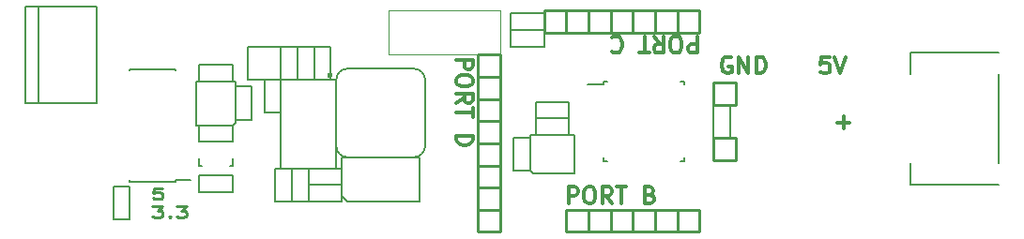
<source format=gto>
G04 #@! TF.FileFunction,Legend,Top*
%FSLAX46Y46*%
G04 Gerber Fmt 4.6, Leading zero omitted, Abs format (unit mm)*
G04 Created by KiCad (PCBNEW 4.0.2+dfsg1-stable) date to 18. toukokuuta 2017 18.21.47*
%MOMM*%
G01*
G04 APERTURE LIST*
%ADD10C,0.100000*%
%ADD11C,0.300000*%
%ADD12C,0.250000*%
%ADD13C,0.150000*%
%ADD14C,0.500000*%
G04 APERTURE END LIST*
D10*
D11*
X154178572Y-107428571D02*
X154178572Y-105928571D01*
X154750000Y-105928571D01*
X154892858Y-106000000D01*
X154964286Y-106071429D01*
X155035715Y-106214286D01*
X155035715Y-106428571D01*
X154964286Y-106571429D01*
X154892858Y-106642857D01*
X154750000Y-106714286D01*
X154178572Y-106714286D01*
X155964286Y-105928571D02*
X156250000Y-105928571D01*
X156392858Y-106000000D01*
X156535715Y-106142857D01*
X156607143Y-106428571D01*
X156607143Y-106928571D01*
X156535715Y-107214286D01*
X156392858Y-107357143D01*
X156250000Y-107428571D01*
X155964286Y-107428571D01*
X155821429Y-107357143D01*
X155678572Y-107214286D01*
X155607143Y-106928571D01*
X155607143Y-106428571D01*
X155678572Y-106142857D01*
X155821429Y-106000000D01*
X155964286Y-105928571D01*
X158107144Y-107428571D02*
X157607144Y-106714286D01*
X157250001Y-107428571D02*
X157250001Y-105928571D01*
X157821429Y-105928571D01*
X157964287Y-106000000D01*
X158035715Y-106071429D01*
X158107144Y-106214286D01*
X158107144Y-106428571D01*
X158035715Y-106571429D01*
X157964287Y-106642857D01*
X157821429Y-106714286D01*
X157250001Y-106714286D01*
X158535715Y-105928571D02*
X159392858Y-105928571D01*
X158964287Y-107428571D02*
X158964287Y-105928571D01*
X161535715Y-106642857D02*
X161750001Y-106714286D01*
X161821429Y-106785714D01*
X161892858Y-106928571D01*
X161892858Y-107142857D01*
X161821429Y-107285714D01*
X161750001Y-107357143D01*
X161607143Y-107428571D01*
X161035715Y-107428571D01*
X161035715Y-105928571D01*
X161535715Y-105928571D01*
X161678572Y-106000000D01*
X161750001Y-106071429D01*
X161821429Y-106214286D01*
X161821429Y-106357143D01*
X161750001Y-106500000D01*
X161678572Y-106571429D01*
X161535715Y-106642857D01*
X161035715Y-106642857D01*
X144071429Y-94428572D02*
X145571429Y-94428572D01*
X145571429Y-95000000D01*
X145500000Y-95142858D01*
X145428571Y-95214286D01*
X145285714Y-95285715D01*
X145071429Y-95285715D01*
X144928571Y-95214286D01*
X144857143Y-95142858D01*
X144785714Y-95000000D01*
X144785714Y-94428572D01*
X145571429Y-96214286D02*
X145571429Y-96500000D01*
X145500000Y-96642858D01*
X145357143Y-96785715D01*
X145071429Y-96857143D01*
X144571429Y-96857143D01*
X144285714Y-96785715D01*
X144142857Y-96642858D01*
X144071429Y-96500000D01*
X144071429Y-96214286D01*
X144142857Y-96071429D01*
X144285714Y-95928572D01*
X144571429Y-95857143D01*
X145071429Y-95857143D01*
X145357143Y-95928572D01*
X145500000Y-96071429D01*
X145571429Y-96214286D01*
X144071429Y-98357144D02*
X144785714Y-97857144D01*
X144071429Y-97500001D02*
X145571429Y-97500001D01*
X145571429Y-98071429D01*
X145500000Y-98214287D01*
X145428571Y-98285715D01*
X145285714Y-98357144D01*
X145071429Y-98357144D01*
X144928571Y-98285715D01*
X144857143Y-98214287D01*
X144785714Y-98071429D01*
X144785714Y-97500001D01*
X145571429Y-98785715D02*
X145571429Y-99642858D01*
X144071429Y-99214287D02*
X145571429Y-99214287D01*
X144071429Y-101285715D02*
X145571429Y-101285715D01*
X145571429Y-101642858D01*
X145500000Y-101857143D01*
X145357143Y-102000001D01*
X145214286Y-102071429D01*
X144928571Y-102142858D01*
X144714286Y-102142858D01*
X144428571Y-102071429D01*
X144285714Y-102000001D01*
X144142857Y-101857143D01*
X144071429Y-101642858D01*
X144071429Y-101285715D01*
X165821428Y-92321429D02*
X165821428Y-93821429D01*
X165250000Y-93821429D01*
X165107142Y-93750000D01*
X165035714Y-93678571D01*
X164964285Y-93535714D01*
X164964285Y-93321429D01*
X165035714Y-93178571D01*
X165107142Y-93107143D01*
X165250000Y-93035714D01*
X165821428Y-93035714D01*
X164035714Y-93821429D02*
X163750000Y-93821429D01*
X163607142Y-93750000D01*
X163464285Y-93607143D01*
X163392857Y-93321429D01*
X163392857Y-92821429D01*
X163464285Y-92535714D01*
X163607142Y-92392857D01*
X163750000Y-92321429D01*
X164035714Y-92321429D01*
X164178571Y-92392857D01*
X164321428Y-92535714D01*
X164392857Y-92821429D01*
X164392857Y-93321429D01*
X164321428Y-93607143D01*
X164178571Y-93750000D01*
X164035714Y-93821429D01*
X161892856Y-92321429D02*
X162392856Y-93035714D01*
X162749999Y-92321429D02*
X162749999Y-93821429D01*
X162178571Y-93821429D01*
X162035713Y-93750000D01*
X161964285Y-93678571D01*
X161892856Y-93535714D01*
X161892856Y-93321429D01*
X161964285Y-93178571D01*
X162035713Y-93107143D01*
X162178571Y-93035714D01*
X162749999Y-93035714D01*
X161464285Y-93821429D02*
X160607142Y-93821429D01*
X161035713Y-92321429D02*
X161035713Y-93821429D01*
X158107142Y-92464286D02*
X158178571Y-92392857D01*
X158392857Y-92321429D01*
X158535714Y-92321429D01*
X158749999Y-92392857D01*
X158892857Y-92535714D01*
X158964285Y-92678571D01*
X159035714Y-92964286D01*
X159035714Y-93178571D01*
X158964285Y-93464286D01*
X158892857Y-93607143D01*
X158749999Y-93750000D01*
X158535714Y-93821429D01*
X158392857Y-93821429D01*
X158178571Y-93750000D01*
X158107142Y-93678571D01*
X178428572Y-100107143D02*
X179571429Y-100107143D01*
X179000000Y-100678571D02*
X179000000Y-99535714D01*
X177714287Y-94178571D02*
X177000001Y-94178571D01*
X176928572Y-94892857D01*
X177000001Y-94821429D01*
X177142858Y-94750000D01*
X177500001Y-94750000D01*
X177642858Y-94821429D01*
X177714287Y-94892857D01*
X177785715Y-95035714D01*
X177785715Y-95392857D01*
X177714287Y-95535714D01*
X177642858Y-95607143D01*
X177500001Y-95678571D01*
X177142858Y-95678571D01*
X177000001Y-95607143D01*
X176928572Y-95535714D01*
X178214286Y-94178571D02*
X178714286Y-95678571D01*
X179214286Y-94178571D01*
X168857143Y-94250000D02*
X168714286Y-94178571D01*
X168500000Y-94178571D01*
X168285715Y-94250000D01*
X168142857Y-94392857D01*
X168071429Y-94535714D01*
X168000000Y-94821429D01*
X168000000Y-95035714D01*
X168071429Y-95321429D01*
X168142857Y-95464286D01*
X168285715Y-95607143D01*
X168500000Y-95678571D01*
X168642857Y-95678571D01*
X168857143Y-95607143D01*
X168928572Y-95535714D01*
X168928572Y-95035714D01*
X168642857Y-95035714D01*
X169571429Y-95678571D02*
X169571429Y-94178571D01*
X170428572Y-95678571D01*
X170428572Y-94178571D01*
X171142858Y-95678571D02*
X171142858Y-94178571D01*
X171500001Y-94178571D01*
X171714286Y-94250000D01*
X171857144Y-94392857D01*
X171928572Y-94535714D01*
X172000001Y-94821429D01*
X172000001Y-95035714D01*
X171928572Y-95321429D01*
X171857144Y-95464286D01*
X171714286Y-95607143D01*
X171500001Y-95678571D01*
X171142858Y-95678571D01*
D12*
X117521429Y-106027381D02*
X116807143Y-106027381D01*
X116735714Y-106503571D01*
X116807143Y-106455952D01*
X116950000Y-106408333D01*
X117307143Y-106408333D01*
X117450000Y-106455952D01*
X117521429Y-106503571D01*
X117592857Y-106598810D01*
X117592857Y-106836905D01*
X117521429Y-106932143D01*
X117450000Y-106979762D01*
X117307143Y-107027381D01*
X116950000Y-107027381D01*
X116807143Y-106979762D01*
X116735714Y-106932143D01*
X116664286Y-107677381D02*
X117592857Y-107677381D01*
X117092857Y-108058333D01*
X117307143Y-108058333D01*
X117450000Y-108105952D01*
X117521429Y-108153571D01*
X117592857Y-108248810D01*
X117592857Y-108486905D01*
X117521429Y-108582143D01*
X117450000Y-108629762D01*
X117307143Y-108677381D01*
X116878571Y-108677381D01*
X116735714Y-108629762D01*
X116664286Y-108582143D01*
X118235714Y-108582143D02*
X118307142Y-108629762D01*
X118235714Y-108677381D01*
X118164285Y-108629762D01*
X118235714Y-108582143D01*
X118235714Y-108677381D01*
X118807143Y-107677381D02*
X119735714Y-107677381D01*
X119235714Y-108058333D01*
X119450000Y-108058333D01*
X119592857Y-108105952D01*
X119664286Y-108153571D01*
X119735714Y-108248810D01*
X119735714Y-108486905D01*
X119664286Y-108582143D01*
X119592857Y-108629762D01*
X119450000Y-108677381D01*
X119021428Y-108677381D01*
X118878571Y-108629762D01*
X118807143Y-108582143D01*
D13*
X157375000Y-96375000D02*
X157375000Y-96700000D01*
X164625000Y-96375000D02*
X164625000Y-96700000D01*
X164625000Y-103625000D02*
X164625000Y-103300000D01*
X157375000Y-103625000D02*
X157375000Y-103300000D01*
X157375000Y-96375000D02*
X157700000Y-96375000D01*
X157375000Y-103625000D02*
X157700000Y-103625000D01*
X164625000Y-103625000D02*
X164300000Y-103625000D01*
X164625000Y-96375000D02*
X164300000Y-96375000D01*
X157375000Y-96700000D02*
X155950000Y-96700000D01*
X105182540Y-89649100D02*
X105182540Y-98349100D01*
X111587540Y-89649100D02*
X111587540Y-98349100D01*
X111587540Y-98349100D02*
X105182540Y-98349100D01*
X106412540Y-98349100D02*
X106412540Y-89649100D01*
X105182540Y-89649100D02*
X111587540Y-89649100D01*
X123875000Y-106375000D02*
X123875000Y-104875000D01*
X123875000Y-104875000D02*
X120875000Y-104875000D01*
X120875000Y-104875000D02*
X120875000Y-106375000D01*
X120875000Y-106375000D02*
X123875000Y-106375000D01*
X120875000Y-100375000D02*
X120875000Y-101875000D01*
X120875000Y-101875000D02*
X123875000Y-101875000D01*
X123875000Y-101875000D02*
X123875000Y-100375000D01*
X123875000Y-100375000D02*
X120875000Y-100375000D01*
X151250000Y-98250000D02*
X151250000Y-99750000D01*
X151250000Y-99750000D02*
X154250000Y-99750000D01*
X154250000Y-99750000D02*
X154250000Y-98250000D01*
X154250000Y-98250000D02*
X151250000Y-98250000D01*
X168750000Y-98500000D02*
X167250000Y-98500000D01*
X167250000Y-98500000D02*
X167250000Y-101500000D01*
X167250000Y-101500000D02*
X168750000Y-101500000D01*
X168750000Y-101500000D02*
X168750000Y-98500000D01*
X150750000Y-101500000D02*
X149250000Y-101500000D01*
X149250000Y-101500000D02*
X149250000Y-104500000D01*
X149250000Y-104500000D02*
X150750000Y-104500000D01*
X150750000Y-104500000D02*
X150750000Y-101500000D01*
X149000000Y-90250000D02*
X149000000Y-91750000D01*
X149000000Y-91750000D02*
X152000000Y-91750000D01*
X152000000Y-91750000D02*
X152000000Y-90250000D01*
X152000000Y-90250000D02*
X149000000Y-90250000D01*
X151250000Y-99750000D02*
X151250000Y-101250000D01*
X151250000Y-101250000D02*
X154250000Y-101250000D01*
X154250000Y-101250000D02*
X154250000Y-99750000D01*
X154250000Y-99750000D02*
X151250000Y-99750000D01*
X129750000Y-93250000D02*
X128250000Y-93250000D01*
X128250000Y-93250000D02*
X128250000Y-96250000D01*
X128250000Y-96250000D02*
X129750000Y-96250000D01*
X129750000Y-96250000D02*
X129750000Y-93250000D01*
X127750000Y-107250000D02*
X129250000Y-107250000D01*
X129250000Y-107250000D02*
X129250000Y-104250000D01*
X129250000Y-104250000D02*
X127750000Y-104250000D01*
X127750000Y-104250000D02*
X127750000Y-107250000D01*
X133750000Y-105750000D02*
X133750000Y-104250000D01*
X133750000Y-104250000D02*
X130750000Y-104250000D01*
X130750000Y-104250000D02*
X130750000Y-105750000D01*
X130750000Y-105750000D02*
X133750000Y-105750000D01*
X130750000Y-105750000D02*
X130750000Y-107250000D01*
X130750000Y-107250000D02*
X133750000Y-107250000D01*
X133750000Y-107250000D02*
X133750000Y-105750000D01*
X133750000Y-105750000D02*
X130750000Y-105750000D01*
X114625000Y-105875000D02*
X113125000Y-105875000D01*
X113125000Y-105875000D02*
X113125000Y-108875000D01*
X113125000Y-108875000D02*
X114625000Y-108875000D01*
X114625000Y-108875000D02*
X114625000Y-105875000D01*
X125625000Y-96875000D02*
X124125000Y-96875000D01*
X124125000Y-96875000D02*
X124125000Y-99875000D01*
X124125000Y-99875000D02*
X125625000Y-99875000D01*
X125625000Y-99875000D02*
X125625000Y-96875000D01*
X123875000Y-96375000D02*
X123875000Y-94875000D01*
X123875000Y-94875000D02*
X120875000Y-94875000D01*
X120875000Y-94875000D02*
X120875000Y-96375000D01*
X120875000Y-96375000D02*
X123875000Y-96375000D01*
X125250000Y-93250000D02*
X125250000Y-96250000D01*
X125250000Y-96250000D02*
X128250000Y-96250000D01*
X128250000Y-96250000D02*
X128250000Y-93250000D01*
X128250000Y-93250000D02*
X125250000Y-93250000D01*
X133750000Y-103250000D02*
X140750000Y-103250000D01*
X140750000Y-103250000D02*
X140750000Y-107250000D01*
X140750000Y-107250000D02*
X134250000Y-107250000D01*
X134250000Y-107250000D02*
X133750000Y-106750000D01*
X133750000Y-106750000D02*
X133750000Y-103250000D01*
X118700000Y-105450000D02*
X118700000Y-105345000D01*
X114550000Y-105450000D02*
X114550000Y-105345000D01*
X114550000Y-95300000D02*
X114550000Y-95405000D01*
X118700000Y-95300000D02*
X118700000Y-95405000D01*
X118700000Y-105450000D02*
X114550000Y-105450000D01*
X118700000Y-95300000D02*
X114550000Y-95300000D01*
X118700000Y-105345000D02*
X120075000Y-105345000D01*
X140250000Y-103250000D02*
X134250000Y-103250000D01*
X141250000Y-102250000D02*
X141250000Y-96250000D01*
X134250000Y-95250000D02*
X140250000Y-95250000D01*
X133250000Y-102250000D02*
X133250000Y-96250000D01*
X133250000Y-102250000D02*
G75*
G03X134250000Y-103250000I1000000J0D01*
G01*
X140250000Y-103250000D02*
G75*
G03X141250000Y-102250000I0J1000000D01*
G01*
X141250000Y-96250000D02*
G75*
G03X140250000Y-95250000I-1000000J0D01*
G01*
X134250000Y-95250000D02*
G75*
G03X133250000Y-96250000I0J-1000000D01*
G01*
X193000000Y-103750000D02*
X193000000Y-95750000D01*
X193000000Y-105750000D02*
X185000000Y-105750000D01*
X185000000Y-93750000D02*
X193000000Y-93750000D01*
X185000000Y-93750000D02*
X185000000Y-95750000D01*
X185000000Y-105750000D02*
X185000000Y-103750000D01*
X128250000Y-96250000D02*
X126750000Y-96250000D01*
X126750000Y-96250000D02*
X126750000Y-99250000D01*
X126750000Y-99250000D02*
X128250000Y-99250000D01*
X128250000Y-99250000D02*
X128250000Y-96250000D01*
X132750000Y-93250000D02*
X131250000Y-93250000D01*
X131250000Y-93250000D02*
X131250000Y-96250000D01*
X131250000Y-96250000D02*
X132750000Y-96250000D01*
X132750000Y-96250000D02*
X132750000Y-93250000D01*
X131250000Y-93250000D02*
X129750000Y-93250000D01*
X129750000Y-93250000D02*
X129750000Y-96250000D01*
X129750000Y-96250000D02*
X131250000Y-96250000D01*
X131250000Y-96250000D02*
X131250000Y-93250000D01*
X152000000Y-93250000D02*
X152000000Y-91750000D01*
X152000000Y-91750000D02*
X149000000Y-91750000D01*
X149000000Y-91750000D02*
X149000000Y-93250000D01*
X149000000Y-93250000D02*
X152000000Y-93250000D01*
X129250000Y-107250000D02*
X130750000Y-107250000D01*
X130750000Y-107250000D02*
X130750000Y-104250000D01*
X130750000Y-104250000D02*
X129250000Y-104250000D01*
X129250000Y-104250000D02*
X129250000Y-107250000D01*
X133250000Y-96250000D02*
X128250000Y-96250000D01*
X128250000Y-96250000D02*
X128250000Y-104250000D01*
X128250000Y-104250000D02*
X133250000Y-104250000D01*
X133250000Y-104250000D02*
X133250000Y-96250000D01*
D14*
X132665000Y-95850000D02*
G75*
G03X132665000Y-95850000I-10000J0D01*
G01*
D13*
X151000000Y-104750000D02*
X154750000Y-104750000D01*
X150750000Y-104500000D02*
X150750000Y-101250000D01*
X150750000Y-104500000D02*
X151000000Y-104750000D01*
X154750000Y-104750000D02*
X154750000Y-101250000D01*
X154750000Y-101250000D02*
X150750000Y-101250000D01*
X124125000Y-100125000D02*
X124125000Y-96375000D01*
X123875000Y-100375000D02*
X120625000Y-100375000D01*
X123875000Y-100375000D02*
X124125000Y-100125000D01*
X124125000Y-96375000D02*
X120625000Y-96375000D01*
X120625000Y-96375000D02*
X120625000Y-100375000D01*
X121075840Y-104025240D02*
X121124100Y-104025240D01*
X123874820Y-103324200D02*
X123874820Y-104025240D01*
X123874820Y-104025240D02*
X123625900Y-104025240D01*
X121075840Y-104025240D02*
X120875180Y-104025240D01*
X120875180Y-104025240D02*
X120875180Y-103324200D01*
D10*
X148000000Y-90000000D02*
X148000000Y-94000000D01*
X138000000Y-94000000D02*
X138000000Y-90000000D01*
X148000000Y-90000000D02*
X138000000Y-90000000D01*
X148000000Y-94000000D02*
X138000000Y-94000000D01*
D12*
X164000000Y-92000000D02*
X164000000Y-90000000D01*
X164000000Y-90000000D02*
X166000000Y-90000000D01*
X166000000Y-90000000D02*
X166000000Y-92000000D01*
X166000000Y-92000000D02*
X164000000Y-92000000D01*
X167250000Y-96500000D02*
X169250000Y-96500000D01*
X169250000Y-96500000D02*
X169250000Y-98500000D01*
X169250000Y-98500000D02*
X167250000Y-98500000D01*
X167250000Y-98500000D02*
X167250000Y-96500000D01*
X167250000Y-101500000D02*
X169250000Y-101500000D01*
X169250000Y-101500000D02*
X169250000Y-103500000D01*
X169250000Y-103500000D02*
X167250000Y-103500000D01*
X167250000Y-103500000D02*
X167250000Y-101500000D01*
X148000000Y-108000000D02*
X148000000Y-110000000D01*
X148000000Y-110000000D02*
X146000000Y-110000000D01*
X146000000Y-110000000D02*
X146000000Y-108000000D01*
X146000000Y-108000000D02*
X148000000Y-108000000D01*
X148000000Y-106000000D02*
X148000000Y-108000000D01*
X148000000Y-108000000D02*
X146000000Y-108000000D01*
X146000000Y-108000000D02*
X146000000Y-106000000D01*
X146000000Y-106000000D02*
X148000000Y-106000000D01*
X148000000Y-104000000D02*
X148000000Y-106000000D01*
X148000000Y-106000000D02*
X146000000Y-106000000D01*
X146000000Y-106000000D02*
X146000000Y-104000000D01*
X146000000Y-104000000D02*
X148000000Y-104000000D01*
X148000000Y-102000000D02*
X148000000Y-104000000D01*
X148000000Y-104000000D02*
X146000000Y-104000000D01*
X146000000Y-104000000D02*
X146000000Y-102000000D01*
X146000000Y-102000000D02*
X148000000Y-102000000D01*
X148000000Y-100000000D02*
X148000000Y-102000000D01*
X148000000Y-102000000D02*
X146000000Y-102000000D01*
X146000000Y-102000000D02*
X146000000Y-100000000D01*
X146000000Y-100000000D02*
X148000000Y-100000000D01*
X148000000Y-98000000D02*
X148000000Y-100000000D01*
X148000000Y-100000000D02*
X146000000Y-100000000D01*
X146000000Y-100000000D02*
X146000000Y-98000000D01*
X146000000Y-98000000D02*
X148000000Y-98000000D01*
X148000000Y-96000000D02*
X148000000Y-98000000D01*
X148000000Y-98000000D02*
X146000000Y-98000000D01*
X146000000Y-98000000D02*
X146000000Y-96000000D01*
X146000000Y-96000000D02*
X148000000Y-96000000D01*
X148000000Y-94000000D02*
X148000000Y-96000000D01*
X148000000Y-96000000D02*
X146000000Y-96000000D01*
X146000000Y-96000000D02*
X146000000Y-94000000D01*
X146000000Y-94000000D02*
X148000000Y-94000000D01*
X154000000Y-90000000D02*
X154000000Y-92000000D01*
X154000000Y-92000000D02*
X152000000Y-92000000D01*
X152000000Y-92000000D02*
X152000000Y-90000000D01*
X152000000Y-90000000D02*
X154000000Y-90000000D01*
X156000000Y-90000000D02*
X156000000Y-92000000D01*
X156000000Y-92000000D02*
X154000000Y-92000000D01*
X154000000Y-92000000D02*
X154000000Y-90000000D01*
X154000000Y-90000000D02*
X156000000Y-90000000D01*
X158000000Y-90000000D02*
X158000000Y-92000000D01*
X158000000Y-92000000D02*
X156000000Y-92000000D01*
X156000000Y-92000000D02*
X156000000Y-90000000D01*
X156000000Y-90000000D02*
X158000000Y-90000000D01*
X160000000Y-90000000D02*
X160000000Y-92000000D01*
X160000000Y-92000000D02*
X158000000Y-92000000D01*
X158000000Y-92000000D02*
X158000000Y-90000000D01*
X158000000Y-90000000D02*
X160000000Y-90000000D01*
X162000000Y-90000000D02*
X162000000Y-92000000D01*
X162000000Y-92000000D02*
X160000000Y-92000000D01*
X160000000Y-92000000D02*
X160000000Y-90000000D01*
X160000000Y-90000000D02*
X162000000Y-90000000D01*
X164000000Y-108000000D02*
X166000000Y-108000000D01*
X166000000Y-108000000D02*
X166000000Y-110000000D01*
X166000000Y-110000000D02*
X164000000Y-110000000D01*
X164000000Y-110000000D02*
X164000000Y-108000000D01*
X162000000Y-108000000D02*
X164000000Y-108000000D01*
X164000000Y-108000000D02*
X164000000Y-110000000D01*
X164000000Y-110000000D02*
X162000000Y-110000000D01*
X162000000Y-110000000D02*
X162000000Y-108000000D01*
X160000000Y-108000000D02*
X162000000Y-108000000D01*
X162000000Y-108000000D02*
X162000000Y-110000000D01*
X162000000Y-110000000D02*
X160000000Y-110000000D01*
X160000000Y-110000000D02*
X160000000Y-108000000D01*
X158000000Y-108000000D02*
X160000000Y-108000000D01*
X160000000Y-108000000D02*
X160000000Y-110000000D01*
X160000000Y-110000000D02*
X158000000Y-110000000D01*
X158000000Y-110000000D02*
X158000000Y-108000000D01*
X156000000Y-108000000D02*
X158000000Y-108000000D01*
X158000000Y-108000000D02*
X158000000Y-110000000D01*
X158000000Y-110000000D02*
X156000000Y-110000000D01*
X156000000Y-110000000D02*
X156000000Y-108000000D01*
X154000000Y-108000000D02*
X156000000Y-108000000D01*
X156000000Y-108000000D02*
X156000000Y-110000000D01*
X156000000Y-110000000D02*
X154000000Y-110000000D01*
X154000000Y-110000000D02*
X154000000Y-108000000D01*
X164000000Y-92000000D02*
X162000000Y-92000000D01*
X162000000Y-92000000D02*
X162000000Y-90000000D01*
X162000000Y-90000000D02*
X164000000Y-90000000D01*
X164000000Y-90000000D02*
X164000000Y-92000000D01*
M02*

</source>
